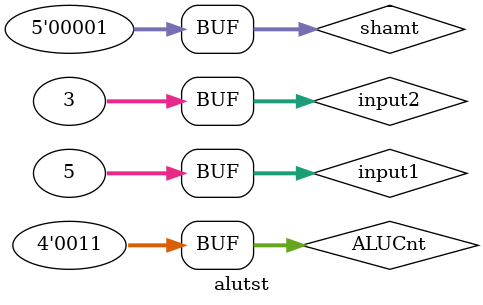
<source format=v>
`timescale 1ns / 1ps


module alutst;

	// Inputs
	reg [3:0] ALUCnt;
	reg [4:0] shamt;
	reg [31:0] input1;
	reg [31:0] input2;

	// Outputs
	wire zero;
	wire [31:0] result;

	// Instantiate the Unit Under Test (UUT)
	alu uut (
		.ALUCnt(ALUCnt), 
		.shamt(shamt), 
		.input1(input1), 
		.input2(input2), 
		.zero(zero), 
		.result(result)
	);

	initial begin
		// Initialize Inputs
		ALUCnt = 0;
		shamt = 0;
		input1 = 0;
		input2 = 0;

		// Wait 100 ns for global reset to finish
		#100;
		input1=5;
		input2=3;
		#100;
		ALUCnt=1;
		#100;
		ALUCnt=2;
		#100;
		shamt=1;
		ALUCnt=3;
		
		
        
		// Add stimulus here

	end
      
endmodule


</source>
